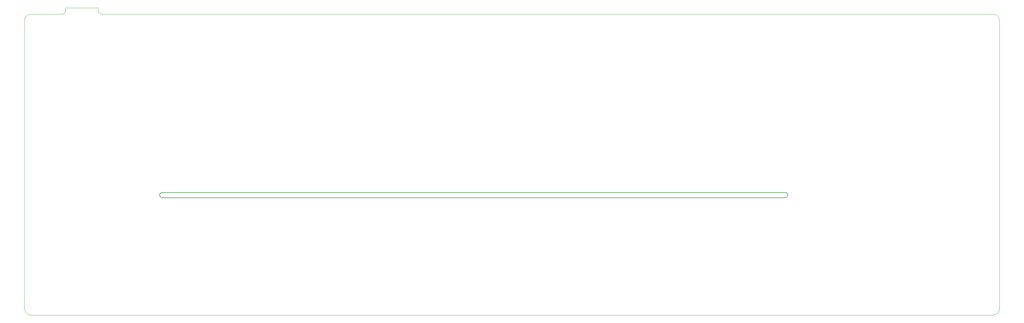
<source format=gm1>
G04 #@! TF.GenerationSoftware,KiCad,Pcbnew,(5.1.9-1-g591a07d2d9)-1*
G04 #@! TF.CreationDate,2021-05-31T00:50:00-06:00*
G04 #@! TF.ProjectId,keyboard-layout,6b657962-6f61-4726-942d-6c61796f7574,rev?*
G04 #@! TF.SameCoordinates,Original*
G04 #@! TF.FileFunction,Profile,NP*
%FSLAX46Y46*%
G04 Gerber Fmt 4.6, Leading zero omitted, Abs format (unit mm)*
G04 Created by KiCad (PCBNEW (5.1.9-1-g591a07d2d9)-1) date 2021-05-31 00:50:00*
%MOMM*%
%LPD*%
G01*
G04 APERTURE LIST*
G04 #@! TA.AperFunction,Profile*
%ADD10C,0.100000*%
G04 #@! TD*
G04 #@! TA.AperFunction,Profile*
%ADD11C,0.200000*%
G04 #@! TD*
G04 APERTURE END LIST*
D10*
X43671500Y-18755450D02*
X33752500Y-18755450D01*
X33552500Y-18955450D02*
G75*
G02*
X33752500Y-18755450I200000J0D01*
G01*
X43671500Y-18755450D02*
G75*
G02*
X43871500Y-18955450I0J-200000D01*
G01*
X33552500Y-19955450D02*
X33552500Y-18955450D01*
X43871500Y-18955450D02*
X43871500Y-19955450D01*
X44666050Y-20750000D02*
X321925000Y-20750000D01*
X32757950Y-20750000D02*
X22925000Y-20750000D01*
X323925000Y-22750000D02*
X323925000Y-112550000D01*
X20925000Y-112550000D02*
X20925000Y-22750000D01*
X44666050Y-20750000D02*
G75*
G02*
X43871500Y-19955450I0J794550D01*
G01*
X33552500Y-19955450D02*
G75*
G02*
X32757950Y-20750000I-794550J0D01*
G01*
D11*
X63655000Y-76356000D02*
X257330000Y-76356000D01*
X63655000Y-77944000D02*
X257330000Y-77944000D01*
D10*
X20925000Y-22750000D02*
G75*
G02*
X22925000Y-20750000I2000000J0D01*
G01*
X321925000Y-20750000D02*
G75*
G02*
X323925000Y-22750000I0J-2000000D01*
G01*
X321925000Y-114550000D02*
X22925000Y-114550000D01*
X323925000Y-112550000D02*
G75*
G02*
X321925000Y-114550000I-2000000J0D01*
G01*
D11*
X257330000Y-76356000D02*
G75*
G02*
X257330000Y-77944000I0J-794000D01*
G01*
X63655000Y-77944000D02*
G75*
G02*
X63655000Y-76356000I0J794000D01*
G01*
D10*
X22925000Y-114550000D02*
G75*
G02*
X20925000Y-112550000I0J2000000D01*
G01*
M02*

</source>
